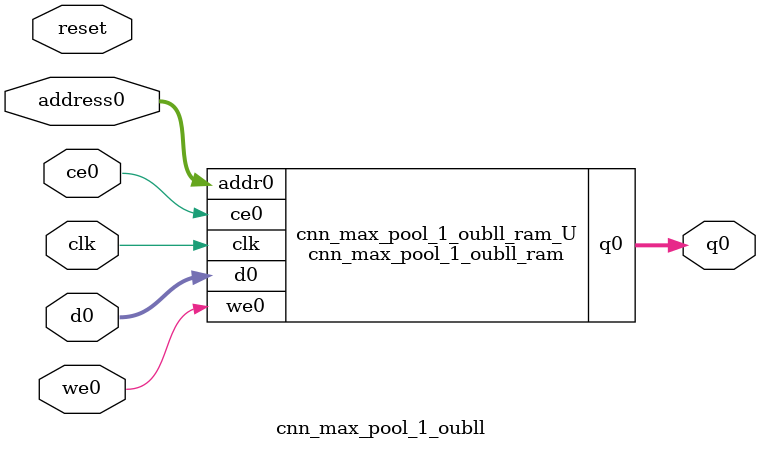
<source format=v>
`timescale 1 ns / 1 ps
module cnn_max_pool_1_oubll_ram (addr0, ce0, d0, we0, q0,  clk);

parameter DWIDTH = 14;
parameter AWIDTH = 10;
parameter MEM_SIZE = 1014;

input[AWIDTH-1:0] addr0;
input ce0;
input[DWIDTH-1:0] d0;
input we0;
output reg[DWIDTH-1:0] q0;
input clk;

(* ram_style = "block" *)reg [DWIDTH-1:0] ram[0:MEM_SIZE-1];




always @(posedge clk)  
begin 
    if (ce0) 
    begin
        if (we0) 
        begin 
            ram[addr0] <= d0; 
        end 
        q0 <= ram[addr0];
    end
end


endmodule

`timescale 1 ns / 1 ps
module cnn_max_pool_1_oubll(
    reset,
    clk,
    address0,
    ce0,
    we0,
    d0,
    q0);

parameter DataWidth = 32'd14;
parameter AddressRange = 32'd1014;
parameter AddressWidth = 32'd10;
input reset;
input clk;
input[AddressWidth - 1:0] address0;
input ce0;
input we0;
input[DataWidth - 1:0] d0;
output[DataWidth - 1:0] q0;



cnn_max_pool_1_oubll_ram cnn_max_pool_1_oubll_ram_U(
    .clk( clk ),
    .addr0( address0 ),
    .ce0( ce0 ),
    .we0( we0 ),
    .d0( d0 ),
    .q0( q0 ));

endmodule


</source>
